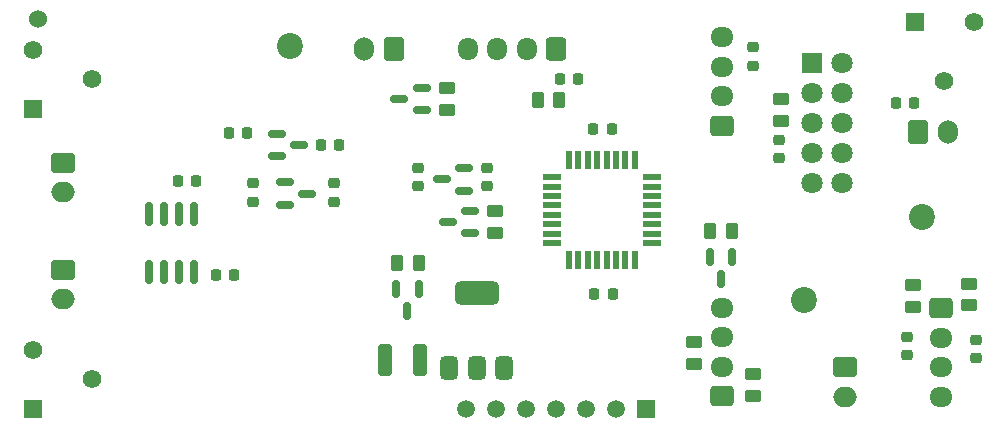
<source format=gbr>
%TF.GenerationSoftware,KiCad,Pcbnew,8.0.6-8.0.6-0~ubuntu24.04.1*%
%TF.CreationDate,2024-10-25T11:14:03+03:00*%
%TF.ProjectId,pss_v2,7073735f-7632-42e6-9b69-6361645f7063,rev?*%
%TF.SameCoordinates,Original*%
%TF.FileFunction,Soldermask,Bot*%
%TF.FilePolarity,Negative*%
%FSLAX46Y46*%
G04 Gerber Fmt 4.6, Leading zero omitted, Abs format (unit mm)*
G04 Created by KiCad (PCBNEW 8.0.6-8.0.6-0~ubuntu24.04.1) date 2024-10-25 11:14:03*
%MOMM*%
%LPD*%
G01*
G04 APERTURE LIST*
G04 Aperture macros list*
%AMRoundRect*
0 Rectangle with rounded corners*
0 $1 Rounding radius*
0 $2 $3 $4 $5 $6 $7 $8 $9 X,Y pos of 4 corners*
0 Add a 4 corners polygon primitive as box body*
4,1,4,$2,$3,$4,$5,$6,$7,$8,$9,$2,$3,0*
0 Add four circle primitives for the rounded corners*
1,1,$1+$1,$2,$3*
1,1,$1+$1,$4,$5*
1,1,$1+$1,$6,$7*
1,1,$1+$1,$8,$9*
0 Add four rect primitives between the rounded corners*
20,1,$1+$1,$2,$3,$4,$5,0*
20,1,$1+$1,$4,$5,$6,$7,0*
20,1,$1+$1,$6,$7,$8,$9,0*
20,1,$1+$1,$8,$9,$2,$3,0*%
G04 Aperture macros list end*
%ADD10C,2.200000*%
%ADD11RoundRect,0.250000X-0.750000X0.600000X-0.750000X-0.600000X0.750000X-0.600000X0.750000X0.600000X0*%
%ADD12O,2.000000X1.700000*%
%ADD13O,1.950000X1.700000*%
%ADD14RoundRect,0.250000X0.725000X-0.600000X0.725000X0.600000X-0.725000X0.600000X-0.725000X-0.600000X0*%
%ADD15C,1.524000*%
%ADD16R,1.560000X1.560000*%
%ADD17C,1.560000*%
%ADD18RoundRect,0.250000X-0.600000X-0.750000X0.600000X-0.750000X0.600000X0.750000X-0.600000X0.750000X0*%
%ADD19O,1.700000X2.000000*%
%ADD20RoundRect,0.225000X-0.250000X0.225000X-0.250000X-0.225000X0.250000X-0.225000X0.250000X0.225000X0*%
%ADD21RoundRect,0.250000X-0.725000X0.600000X-0.725000X-0.600000X0.725000X-0.600000X0.725000X0.600000X0*%
%ADD22R,1.800000X1.800000*%
%ADD23C,1.800000*%
%ADD24RoundRect,0.250000X0.600000X0.725000X-0.600000X0.725000X-0.600000X-0.725000X0.600000X-0.725000X0*%
%ADD25O,1.700000X1.950000*%
%ADD26RoundRect,0.250000X0.600000X0.750000X-0.600000X0.750000X-0.600000X-0.750000X0.600000X-0.750000X0*%
%ADD27RoundRect,0.225000X0.225000X0.250000X-0.225000X0.250000X-0.225000X-0.250000X0.225000X-0.250000X0*%
%ADD28RoundRect,0.150000X-0.150000X0.587500X-0.150000X-0.587500X0.150000X-0.587500X0.150000X0.587500X0*%
%ADD29RoundRect,0.225000X-0.225000X-0.250000X0.225000X-0.250000X0.225000X0.250000X-0.225000X0.250000X0*%
%ADD30RoundRect,0.150000X-0.587500X-0.150000X0.587500X-0.150000X0.587500X0.150000X-0.587500X0.150000X0*%
%ADD31RoundRect,0.150000X-0.150000X0.825000X-0.150000X-0.825000X0.150000X-0.825000X0.150000X0.825000X0*%
%ADD32RoundRect,0.250000X-0.325000X-1.100000X0.325000X-1.100000X0.325000X1.100000X-0.325000X1.100000X0*%
%ADD33RoundRect,0.250000X-0.450000X0.262500X-0.450000X-0.262500X0.450000X-0.262500X0.450000X0.262500X0*%
%ADD34RoundRect,0.250000X0.262500X0.450000X-0.262500X0.450000X-0.262500X-0.450000X0.262500X-0.450000X0*%
%ADD35RoundRect,0.250000X0.450000X-0.262500X0.450000X0.262500X-0.450000X0.262500X-0.450000X-0.262500X0*%
%ADD36RoundRect,0.250000X-0.262500X-0.450000X0.262500X-0.450000X0.262500X0.450000X-0.262500X0.450000X0*%
%ADD37RoundRect,0.150000X0.587500X0.150000X-0.587500X0.150000X-0.587500X-0.150000X0.587500X-0.150000X0*%
%ADD38RoundRect,0.375000X0.375000X-0.625000X0.375000X0.625000X-0.375000X0.625000X-0.375000X-0.625000X0*%
%ADD39RoundRect,0.500000X1.400000X-0.500000X1.400000X0.500000X-1.400000X0.500000X-1.400000X-0.500000X0*%
%ADD40C,1.500000*%
%ADD41R,1.500000X1.500000*%
%ADD42RoundRect,0.225000X0.250000X-0.225000X0.250000X0.225000X-0.250000X0.225000X-0.250000X-0.225000X0*%
%ADD43R,0.550000X1.600000*%
%ADD44R,1.600000X0.550000*%
G04 APERTURE END LIST*
D10*
%TO.C,H2*%
X105000000Y-44500000D03*
%TD*%
%TO.C,H3*%
X115000000Y-37500000D03*
%TD*%
D11*
%TO.C,J4*%
X42325000Y-41950000D03*
D12*
X42325000Y-44450000D03*
%TD*%
D11*
%TO.C,J6*%
X108500000Y-50200000D03*
D12*
X108500000Y-52700000D03*
%TD*%
D13*
%TO.C,J8*%
X98075000Y-45150000D03*
X98075000Y-47650000D03*
X98075000Y-50150000D03*
D14*
X98075000Y-52650000D03*
%TD*%
D15*
%TO.C,TP1*%
X40200000Y-20700000D03*
%TD*%
D16*
%TO.C,RAV1*%
X39760000Y-28300000D03*
D17*
X44760000Y-25800000D03*
X39760000Y-23300000D03*
%TD*%
D11*
%TO.C,J3*%
X42325000Y-32900000D03*
D12*
X42325000Y-35400000D03*
%TD*%
D18*
%TO.C,J9*%
X114700000Y-30275000D03*
D19*
X117200000Y-30275000D03*
%TD*%
D20*
%TO.C,C15*%
X100700000Y-23125000D03*
X100700000Y-24675000D03*
%TD*%
D21*
%TO.C,J12*%
X116625000Y-45190000D03*
D13*
X116625000Y-47690000D03*
X116625000Y-50190000D03*
X116625000Y-52690000D03*
%TD*%
D16*
%TO.C,RBV1*%
X39760000Y-53700000D03*
D17*
X44760000Y-51200000D03*
X39760000Y-48700000D03*
%TD*%
D14*
%TO.C,J7*%
X98075000Y-29750000D03*
D13*
X98075000Y-27250000D03*
X98075000Y-24750000D03*
X98075000Y-22250000D03*
%TD*%
D22*
%TO.C,J5*%
X105730000Y-24420000D03*
D23*
X108270000Y-24420000D03*
X105730000Y-26960000D03*
X108270000Y-26960000D03*
X105730000Y-29500000D03*
X108270000Y-29500000D03*
X105730000Y-32040000D03*
X108270000Y-32040000D03*
X105730000Y-34580000D03*
X108270000Y-34580000D03*
%TD*%
D10*
%TO.C,H1*%
X61500000Y-23000000D03*
%TD*%
D24*
%TO.C,J13*%
X84049000Y-23225000D03*
D25*
X81549000Y-23225000D03*
X79049000Y-23225000D03*
X76549000Y-23225000D03*
%TD*%
D26*
%TO.C,J11*%
X70300000Y-23225000D03*
D19*
X67800000Y-23225000D03*
%TD*%
D16*
%TO.C,RV1*%
X114400000Y-20960000D03*
D17*
X116900000Y-25960000D03*
X119400000Y-20960000D03*
%TD*%
D27*
%TO.C,C19*%
X114375000Y-27800000D03*
X112825000Y-27800000D03*
%TD*%
D28*
%TO.C,Q13*%
X70500000Y-43562500D03*
X72400000Y-43562500D03*
X71450000Y-45437500D03*
%TD*%
D20*
%TO.C,C22*%
X113700000Y-47625000D03*
X113700000Y-49175000D03*
%TD*%
D29*
%TO.C,C8*%
X55225000Y-42400000D03*
X56775000Y-42400000D03*
%TD*%
D30*
%TO.C,U6*%
X60362500Y-32350000D03*
X60362500Y-30450000D03*
X62237500Y-31400000D03*
%TD*%
D31*
%TO.C,U3*%
X49530000Y-37200000D03*
X50800000Y-37200000D03*
X52070000Y-37200000D03*
X53340000Y-37200000D03*
X53340000Y-42150000D03*
X52070000Y-42150000D03*
X50800000Y-42150000D03*
X49530000Y-42150000D03*
%TD*%
D32*
%TO.C,C17*%
X69525000Y-49600000D03*
X72475000Y-49600000D03*
%TD*%
D33*
%TO.C,R13*%
X78862500Y-36987500D03*
X78862500Y-38812500D03*
%TD*%
D34*
%TO.C,R18*%
X84312500Y-27600000D03*
X82487500Y-27600000D03*
%TD*%
D30*
%TO.C,U5*%
X61062500Y-36450000D03*
X61062500Y-34550000D03*
X62937500Y-35500000D03*
%TD*%
D29*
%TO.C,C1*%
X87175000Y-30000000D03*
X88725000Y-30000000D03*
%TD*%
%TO.C,C7*%
X52025000Y-34400000D03*
X53575000Y-34400000D03*
%TD*%
D35*
%TO.C,R16*%
X114225000Y-45062500D03*
X114225000Y-43237500D03*
%TD*%
%TO.C,R7*%
X103100000Y-29312500D03*
X103100000Y-27487500D03*
%TD*%
D20*
%TO.C,C3*%
X102900000Y-30925000D03*
X102900000Y-32475000D03*
%TD*%
D36*
%TO.C,R12*%
X97087500Y-38700000D03*
X98912500Y-38700000D03*
%TD*%
D20*
%TO.C,C9*%
X65200000Y-34625000D03*
X65200000Y-36175000D03*
%TD*%
D37*
%TO.C,U7*%
X76237500Y-33350000D03*
X76237500Y-35250000D03*
X74362500Y-34300000D03*
%TD*%
D33*
%TO.C,R10*%
X95700000Y-48087500D03*
X95700000Y-49912500D03*
%TD*%
D29*
%TO.C,C10*%
X64125000Y-31400000D03*
X65675000Y-31400000D03*
%TD*%
D37*
%TO.C,Q14*%
X72637500Y-26550000D03*
X72637500Y-28450000D03*
X70762500Y-27500000D03*
%TD*%
D38*
%TO.C,U8*%
X79600000Y-50250000D03*
X77300000Y-50250000D03*
D39*
X77300000Y-43950000D03*
D38*
X75000000Y-50250000D03*
%TD*%
D29*
%TO.C,C2*%
X87275000Y-43970000D03*
X88825000Y-43970000D03*
%TD*%
D40*
%TO.C,U2*%
X76380000Y-53717500D03*
X78920000Y-53717500D03*
X81460000Y-53717500D03*
X84000000Y-53717500D03*
X86540000Y-53717500D03*
X89080000Y-53717500D03*
D41*
X91620000Y-53717500D03*
%TD*%
D35*
%TO.C,R17*%
X119025000Y-44962500D03*
X119025000Y-43137500D03*
%TD*%
D27*
%TO.C,C14*%
X57875000Y-30400000D03*
X56325000Y-30400000D03*
%TD*%
D42*
%TO.C,C16*%
X72300000Y-34875000D03*
X72300000Y-33325000D03*
%TD*%
D43*
%TO.C,U1*%
X90700000Y-41150000D03*
X89900000Y-41150000D03*
X89100000Y-41150000D03*
X88300000Y-41150000D03*
X87500000Y-41150000D03*
X86700000Y-41150000D03*
X85900000Y-41150000D03*
X85100000Y-41150000D03*
D44*
X83650000Y-39700000D03*
X83650000Y-38900000D03*
X83650000Y-38100000D03*
X83650000Y-37300000D03*
X83650000Y-36500000D03*
X83650000Y-35700000D03*
X83650000Y-34900000D03*
X83650000Y-34100000D03*
D43*
X85100000Y-32650000D03*
X85900000Y-32650000D03*
X86700000Y-32650000D03*
X87500000Y-32650000D03*
X88300000Y-32650000D03*
X89100000Y-32650000D03*
X89900000Y-32650000D03*
X90700000Y-32650000D03*
D44*
X92150000Y-34100000D03*
X92150000Y-34900000D03*
X92150000Y-35700000D03*
X92150000Y-36500000D03*
X92150000Y-37300000D03*
X92150000Y-38100000D03*
X92150000Y-38900000D03*
X92150000Y-39700000D03*
%TD*%
D37*
%TO.C,Q12*%
X76737500Y-36950000D03*
X76737500Y-38850000D03*
X74862500Y-37900000D03*
%TD*%
D28*
%TO.C,Q11*%
X97050000Y-40862500D03*
X98950000Y-40862500D03*
X98000000Y-42737500D03*
%TD*%
D20*
%TO.C,C13*%
X58400000Y-34625000D03*
X58400000Y-36175000D03*
%TD*%
D34*
%TO.C,R14*%
X72412500Y-41400000D03*
X70587500Y-41400000D03*
%TD*%
D42*
%TO.C,C18*%
X78200000Y-34875000D03*
X78200000Y-33325000D03*
%TD*%
D33*
%TO.C,R11*%
X100700000Y-50787500D03*
X100700000Y-52612500D03*
%TD*%
D20*
%TO.C,C23*%
X119600000Y-47875000D03*
X119600000Y-49425000D03*
%TD*%
D29*
%TO.C,C21*%
X84325000Y-25813604D03*
X85875000Y-25813604D03*
%TD*%
D33*
%TO.C,R19*%
X74800000Y-26587500D03*
X74800000Y-28412500D03*
%TD*%
M02*

</source>
